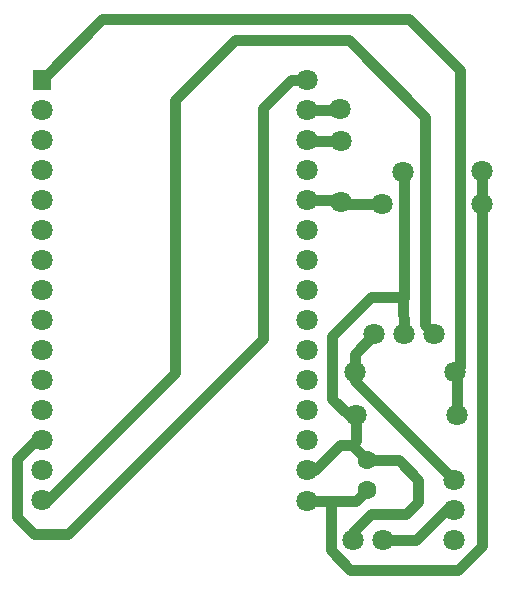
<source format=gbl>
G04 Layer: BottomLayer*
G04 EasyEDA v6.5.22, 2023-01-21 16:45:32*
G04 b2c9ab08d96f4fb6806e15b9d32b8aef,dfc3211adda64e72838fb7ae4655844f,10*
G04 Gerber Generator version 0.2*
G04 Scale: 100 percent, Rotated: No, Reflected: No *
G04 Dimensions in millimeters *
G04 leading zeros omitted , absolute positions ,4 integer and 5 decimal *
%FSLAX45Y45*%
%MOMM*%

%ADD10C,0.9000*%
%ADD11C,1.6000*%
%ADD12C,1.8000*%
%ADD13R,1.5240X1.8000*%

%LPD*%
D10*
X1399539Y5696762D02*
G01*
X1913077Y6210300D01*
X4508500Y6210300D01*
X4940300Y5778500D01*
X4940300Y3263900D01*
X4902200Y3225800D01*
X4914900Y2857500D02*
G01*
X4914900Y3213100D01*
X4902200Y3225800D01*
X4064000Y2857500D02*
G01*
X4000500Y2857500D01*
X3860800Y2997200D01*
X3860800Y3530600D01*
X4191000Y3860800D01*
X4457700Y3860800D01*
X3848100Y2133600D02*
G01*
X3848100Y1714500D01*
X4013200Y1549400D01*
X4927600Y1549400D01*
X5130800Y1752600D01*
X5130800Y4648200D01*
X4051300Y3225800D02*
G01*
X4051300Y3149600D01*
X4889500Y2311400D01*
X4470400Y4916548D02*
G01*
X4470400Y3846446D01*
X3868849Y2130778D02*
G01*
X4063667Y2130778D01*
X4152900Y2220010D01*
X4724400Y3543554D02*
G01*
X4648200Y3619754D01*
X4648200Y5384800D01*
X4000500Y6032500D01*
X3035300Y6032500D01*
X2524759Y5521960D01*
X2524759Y3210560D01*
X1454912Y2140712D01*
X1399539Y2140712D01*
X4152900Y2474010D02*
G01*
X4422089Y2474010D01*
X4584700Y2311400D01*
X4584700Y2120900D01*
X4483100Y2019300D01*
X4191000Y2019300D01*
X4038600Y1866900D01*
X4038600Y1803400D01*
X1399539Y2648712D02*
G01*
X1353312Y2648712D01*
X1193800Y2489200D01*
X1193800Y1993900D01*
X1333500Y1854200D01*
X1625600Y1854200D01*
X3276600Y3505200D01*
X3276600Y5461000D01*
X3512565Y5696965D01*
X3649472Y5696965D01*
X4025900Y2601013D02*
G01*
X4152900Y2474013D01*
X4152900Y2474010D01*
X4292600Y1803400D02*
G01*
X4572000Y1803400D01*
X4826000Y2057400D01*
X4889500Y2057400D01*
X5130800Y4648200D02*
G01*
X5130800Y4927600D01*
X3649548Y5442940D02*
G01*
X3918940Y5442940D01*
X3924300Y5448300D01*
X4457700Y3848100D02*
G01*
X4470400Y3543604D01*
X3649548Y4680940D02*
G01*
X3916959Y4680940D01*
X3937000Y4660900D01*
X3649548Y2130780D02*
G01*
X3868851Y2130780D01*
X3649472Y2394965D02*
G01*
X3715765Y2394965D01*
X3921759Y2600960D01*
X4025900Y2600960D01*
X4025900Y2601013D02*
G01*
X4064000Y2639113D01*
X4064000Y2857500D01*
X4279900Y4648200D02*
G01*
X3949700Y4648200D01*
X3937000Y4660900D01*
X3649548Y5188940D02*
G01*
X3656888Y5181600D01*
X3937000Y5181600D01*
X4051300Y3225800D02*
G01*
X4051300Y3378504D01*
X4216400Y3543604D01*
D11*
G01*
X4152900Y2474010D03*
G01*
X4152900Y2220010D03*
D12*
G01*
X4889500Y2057400D03*
G01*
X4889500Y2311400D03*
G01*
X4889500Y1803400D03*
G01*
X5130800Y4648200D03*
G01*
X4279900Y4648200D03*
G01*
X4064000Y2857500D03*
G01*
X4914900Y2857500D03*
G01*
X4902200Y3225800D03*
G01*
X4051300Y3225800D03*
G01*
X4292600Y1803400D03*
G01*
X4038600Y1803400D03*
G01*
X3649548Y5696940D03*
G01*
X3649548Y5442940D03*
G01*
X3649548Y5188940D03*
G01*
X3649548Y4934940D03*
G01*
X3649548Y4680940D03*
G01*
X3649548Y4426940D03*
G01*
X3649548Y4172940D03*
G01*
X3649548Y3918940D03*
G01*
X3649548Y3664940D03*
G01*
X3649548Y3410940D03*
G01*
X3649548Y3156940D03*
G01*
X3649548Y2902940D03*
G01*
X3649548Y2648940D03*
G01*
X3649548Y2394940D03*
G01*
X3649548Y2130780D03*
G01*
X1399539Y2140762D03*
G01*
X1399539Y2394762D03*
G01*
X1399539Y2648762D03*
G01*
X1399539Y2902762D03*
G01*
X1399539Y3156762D03*
G01*
X1399539Y3410762D03*
G01*
X1399539Y3664762D03*
G01*
X1399539Y3918762D03*
G01*
X1399539Y4172762D03*
G01*
X1399539Y4426762D03*
G01*
X1399539Y4680762D03*
G01*
X1399539Y4934762D03*
G01*
X1399539Y5188762D03*
G01*
X1399539Y5442762D03*
D13*
G01*
X1399539Y5696762D03*
D12*
G01*
X4470400Y3543604D03*
G01*
X4216400Y3543604D03*
G01*
X4724400Y3543604D03*
G01*
X3924300Y5448300D03*
G01*
X3937000Y5181600D03*
G01*
X3937000Y4660900D03*
G01*
X4457700Y4914900D03*
G01*
X5130800Y4927600D03*
M02*

</source>
